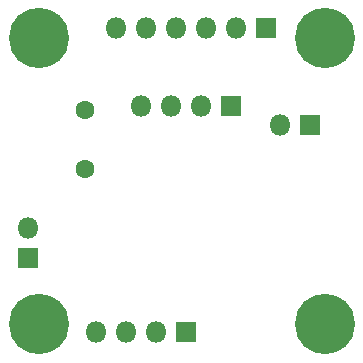
<source format=gbr>
%TF.GenerationSoftware,KiCad,Pcbnew,(5.1.6)-1*%
%TF.CreationDate,2020-09-09T14:29:39-07:00*%
%TF.ProjectId,DigitController,44696769-7443-46f6-9e74-726f6c6c6572,rev?*%
%TF.SameCoordinates,Original*%
%TF.FileFunction,Soldermask,Bot*%
%TF.FilePolarity,Negative*%
%FSLAX46Y46*%
G04 Gerber Fmt 4.6, Leading zero omitted, Abs format (unit mm)*
G04 Created by KiCad (PCBNEW (5.1.6)-1) date 2020-09-09 14:29:39*
%MOMM*%
%LPD*%
G01*
G04 APERTURE LIST*
%ADD10C,1.600000*%
%ADD11O,1.800000X1.800000*%
%ADD12R,1.800000X1.800000*%
%ADD13C,0.900000*%
%ADD14C,5.100000*%
G04 APERTURE END LIST*
D10*
%TO.C,Y1*%
X66800000Y-94000000D03*
X66800000Y-89000000D03*
%TD*%
D11*
%TO.C,J5*%
X67780000Y-107800000D03*
X70320000Y-107800000D03*
X72860000Y-107800000D03*
D12*
X75400000Y-107800000D03*
%TD*%
D11*
%TO.C,J4*%
X62000000Y-98960000D03*
D12*
X62000000Y-101500000D03*
%TD*%
D11*
%TO.C,J3*%
X83360000Y-90200000D03*
D12*
X85900000Y-90200000D03*
%TD*%
D11*
%TO.C,J2*%
X69400000Y-82000000D03*
X71940000Y-82000000D03*
X74480000Y-82000000D03*
X77020000Y-82000000D03*
X79560000Y-82000000D03*
D12*
X82100000Y-82000000D03*
%TD*%
D11*
%TO.C,J1*%
X71580000Y-88600000D03*
X74120000Y-88600000D03*
X76660000Y-88600000D03*
D12*
X79200000Y-88600000D03*
%TD*%
D13*
%TO.C,H4*%
X88450825Y-105774175D03*
X87125000Y-105225000D03*
X85799175Y-105774175D03*
X85250000Y-107100000D03*
X85799175Y-108425825D03*
X87125000Y-108975000D03*
X88450825Y-108425825D03*
X89000000Y-107100000D03*
D14*
X87125000Y-107100000D03*
%TD*%
D13*
%TO.C,H3*%
X64225825Y-105774175D03*
X62900000Y-105225000D03*
X61574175Y-105774175D03*
X61025000Y-107100000D03*
X61574175Y-108425825D03*
X62900000Y-108975000D03*
X64225825Y-108425825D03*
X64775000Y-107100000D03*
D14*
X62900000Y-107100000D03*
%TD*%
D13*
%TO.C,H2*%
X88425825Y-81574175D03*
X87100000Y-81025000D03*
X85774175Y-81574175D03*
X85225000Y-82900000D03*
X85774175Y-84225825D03*
X87100000Y-84775000D03*
X88425825Y-84225825D03*
X88975000Y-82900000D03*
D14*
X87100000Y-82900000D03*
%TD*%
D13*
%TO.C,H1*%
X64225825Y-81574175D03*
X62900000Y-81025000D03*
X61574175Y-81574175D03*
X61025000Y-82900000D03*
X61574175Y-84225825D03*
X62900000Y-84775000D03*
X64225825Y-84225825D03*
X64775000Y-82900000D03*
D14*
X62900000Y-82900000D03*
%TD*%
M02*

</source>
